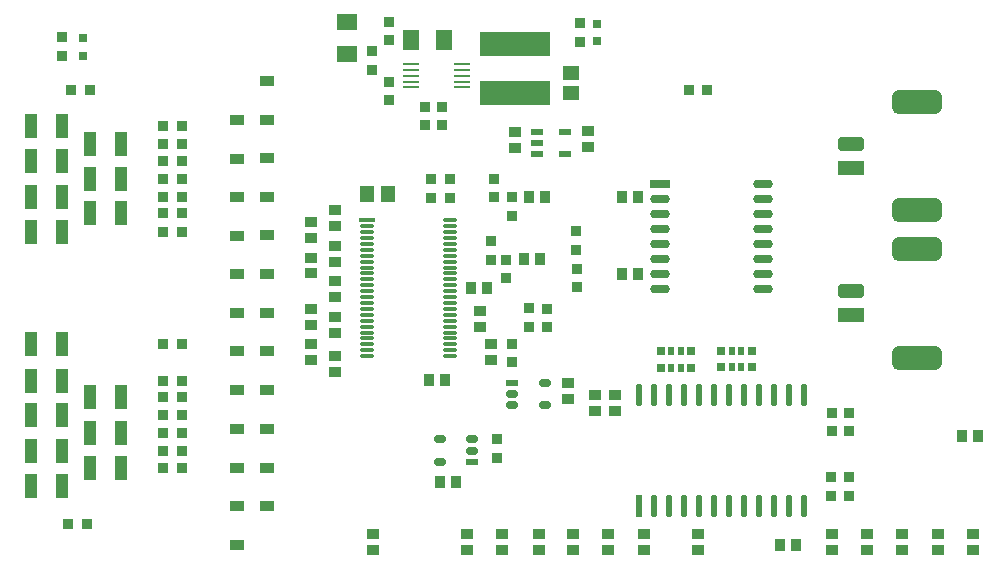
<source format=gtp>
G04*
G04 #@! TF.GenerationSoftware,Altium Limited,Altium Designer,19.0.10 (269)*
G04*
G04 Layer_Color=8421504*
%FSLAX25Y25*%
%MOIN*%
G70*
G01*
G75*
%ADD17R,0.07087X0.05512*%
%ADD18R,0.05512X0.04528*%
%ADD19R,0.04134X0.02362*%
%ADD20R,0.03543X0.03937*%
%ADD21R,0.03937X0.02362*%
G04:AMPARAMS|DCode=22|XSize=23.62mil|YSize=39.37mil|CornerRadius=5.91mil|HoleSize=0mil|Usage=FLASHONLY|Rotation=270.000|XOffset=0mil|YOffset=0mil|HoleType=Round|Shape=RoundedRectangle|*
%AMROUNDEDRECTD22*
21,1,0.02362,0.02756,0,0,270.0*
21,1,0.01181,0.03937,0,0,270.0*
1,1,0.01181,-0.01378,-0.00591*
1,1,0.01181,-0.01378,0.00591*
1,1,0.01181,0.01378,0.00591*
1,1,0.01181,0.01378,-0.00591*
%
%ADD22ROUNDEDRECTD22*%
%ADD23R,0.03347X0.03347*%
%ADD24R,0.23622X0.08268*%
%ADD25R,0.05512X0.01102*%
%ADD26R,0.05512X0.07087*%
%ADD27R,0.03937X0.03543*%
%ADD28R,0.04803X0.03583*%
%ADD29O,0.06693X0.02992*%
%ADD30R,0.06693X0.02992*%
%ADD31R,0.03347X0.03347*%
%ADD32R,0.04488X0.07992*%
%ADD33R,0.03150X0.03150*%
%ADD34O,0.05315X0.01181*%
%ADD35R,0.05315X0.01181*%
%ADD36R,0.04528X0.05512*%
%ADD37R,0.02520X0.02756*%
%ADD38R,0.01968X0.02756*%
%ADD39R,0.02165X0.07677*%
%ADD40O,0.02165X0.07677*%
G04:AMPARAMS|DCode=41|XSize=78.74mil|YSize=165.35mil|CornerRadius=19.68mil|HoleSize=0mil|Usage=FLASHONLY|Rotation=90.000|XOffset=0mil|YOffset=0mil|HoleType=Round|Shape=RoundedRectangle|*
%AMROUNDEDRECTD41*
21,1,0.07874,0.12598,0,0,90.0*
21,1,0.03937,0.16535,0,0,90.0*
1,1,0.03937,0.06299,0.01968*
1,1,0.03937,0.06299,-0.01968*
1,1,0.03937,-0.06299,-0.01968*
1,1,0.03937,-0.06299,0.01968*
%
%ADD41ROUNDEDRECTD41*%
%ADD42R,0.08661X0.04724*%
G04:AMPARAMS|DCode=43|XSize=47.24mil|YSize=86.61mil|CornerRadius=11.81mil|HoleSize=0mil|Usage=FLASHONLY|Rotation=90.000|XOffset=0mil|YOffset=0mil|HoleType=Round|Shape=RoundedRectangle|*
%AMROUNDEDRECTD43*
21,1,0.04724,0.06299,0,0,90.0*
21,1,0.02362,0.08661,0,0,90.0*
1,1,0.02362,0.03150,0.01181*
1,1,0.02362,0.03150,-0.01181*
1,1,0.02362,-0.03150,-0.01181*
1,1,0.02362,-0.03150,0.01181*
%
%ADD43ROUNDEDRECTD43*%
D17*
X144685Y201083D02*
D03*
Y211909D02*
D03*
D18*
X219488Y194842D02*
D03*
Y187952D02*
D03*
D19*
X208268Y175197D02*
D03*
Y171457D02*
D03*
Y167717D02*
D03*
X217323D02*
D03*
Y175197D02*
D03*
D20*
X175689Y58395D02*
D03*
X181004D02*
D03*
X241831Y127717D02*
D03*
X236516D02*
D03*
X241831Y153543D02*
D03*
X236516D02*
D03*
X289173Y37402D02*
D03*
X294488D02*
D03*
X349803Y73819D02*
D03*
X355118D02*
D03*
X172244Y92520D02*
D03*
X177559D02*
D03*
X186054Y123031D02*
D03*
X191368D02*
D03*
X203740Y132717D02*
D03*
X209055D02*
D03*
X205610Y153543D02*
D03*
X210925D02*
D03*
D21*
X186516Y65158D02*
D03*
X199803Y91535D02*
D03*
D22*
X186516Y68898D02*
D03*
Y72638D02*
D03*
X175689D02*
D03*
Y65158D02*
D03*
X199803Y87795D02*
D03*
Y84055D02*
D03*
X210630D02*
D03*
Y91535D02*
D03*
D23*
X194882Y72638D02*
D03*
Y66535D02*
D03*
X152983Y195866D02*
D03*
Y201969D02*
D03*
X158888Y191929D02*
D03*
Y185827D02*
D03*
X176605Y183465D02*
D03*
Y177362D02*
D03*
X170699Y183465D02*
D03*
Y177362D02*
D03*
X158888Y205709D02*
D03*
Y211811D02*
D03*
X222441Y211278D02*
D03*
Y205176D02*
D03*
X49843Y206693D02*
D03*
Y200591D02*
D03*
X178974Y159323D02*
D03*
Y153221D02*
D03*
X172668Y159323D02*
D03*
Y153221D02*
D03*
X205610Y110236D02*
D03*
Y116339D02*
D03*
X211614Y116240D02*
D03*
Y110138D02*
D03*
X199803Y104537D02*
D03*
Y98435D02*
D03*
X197835Y126457D02*
D03*
Y132559D02*
D03*
X192913D02*
D03*
Y138661D02*
D03*
X193898Y153445D02*
D03*
Y159547D02*
D03*
X199803Y147215D02*
D03*
Y153317D02*
D03*
X221260Y142028D02*
D03*
Y135925D02*
D03*
X221457Y123406D02*
D03*
Y129508D02*
D03*
X306102Y53839D02*
D03*
Y59941D02*
D03*
X312008Y53839D02*
D03*
Y59941D02*
D03*
X306575Y81595D02*
D03*
Y75492D02*
D03*
X312008Y81595D02*
D03*
Y75492D02*
D03*
D24*
X200787Y187952D02*
D03*
Y204487D02*
D03*
D25*
X183061Y189961D02*
D03*
Y191929D02*
D03*
Y193898D02*
D03*
Y195866D02*
D03*
Y197835D02*
D03*
X166211Y189961D02*
D03*
Y191929D02*
D03*
Y193898D02*
D03*
Y195866D02*
D03*
Y197835D02*
D03*
D26*
X177038Y205709D02*
D03*
X166211D02*
D03*
D27*
X225020Y175329D02*
D03*
Y170014D02*
D03*
X200787Y169882D02*
D03*
Y175197D02*
D03*
X353543Y35728D02*
D03*
Y41043D02*
D03*
X341732Y35728D02*
D03*
Y41043D02*
D03*
X329921Y35728D02*
D03*
Y41043D02*
D03*
X318110Y35728D02*
D03*
Y41043D02*
D03*
X306299Y35728D02*
D03*
Y41043D02*
D03*
X261811Y35728D02*
D03*
Y41043D02*
D03*
X243701Y35728D02*
D03*
Y41043D02*
D03*
X231890Y35728D02*
D03*
Y41043D02*
D03*
X220079Y35728D02*
D03*
Y41043D02*
D03*
X208661Y35728D02*
D03*
Y41043D02*
D03*
X196457Y35728D02*
D03*
Y41043D02*
D03*
X184646Y35728D02*
D03*
Y41043D02*
D03*
X153543Y35728D02*
D03*
Y41043D02*
D03*
X132874Y139764D02*
D03*
Y145079D02*
D03*
X140748Y131890D02*
D03*
Y137205D02*
D03*
X132874Y127953D02*
D03*
Y133268D02*
D03*
X140748Y120079D02*
D03*
Y125394D02*
D03*
X132874Y116142D02*
D03*
Y110827D02*
D03*
X140748Y108268D02*
D03*
Y113583D02*
D03*
X132874Y104331D02*
D03*
Y99016D02*
D03*
X140748Y100394D02*
D03*
Y95079D02*
D03*
X192913Y104331D02*
D03*
Y99016D02*
D03*
X188976Y115335D02*
D03*
Y110020D02*
D03*
X234272Y87303D02*
D03*
Y81988D02*
D03*
X227362Y87303D02*
D03*
Y81988D02*
D03*
X218504Y91535D02*
D03*
Y86221D02*
D03*
X140748Y149016D02*
D03*
Y143701D02*
D03*
D28*
X118110Y50315D02*
D03*
Y63228D02*
D03*
Y76142D02*
D03*
Y89055D02*
D03*
Y101969D02*
D03*
Y114882D02*
D03*
Y127795D02*
D03*
Y140709D02*
D03*
Y153386D02*
D03*
Y166299D02*
D03*
Y179134D02*
D03*
Y192047D02*
D03*
X108268Y37402D02*
D03*
Y50315D02*
D03*
Y63228D02*
D03*
Y76142D02*
D03*
Y89055D02*
D03*
Y101969D02*
D03*
Y114882D02*
D03*
Y127795D02*
D03*
Y140472D02*
D03*
Y153386D02*
D03*
Y166220D02*
D03*
Y179134D02*
D03*
D29*
X283465Y127717D02*
D03*
Y137716D02*
D03*
Y142717D02*
D03*
Y147716D02*
D03*
Y152717D02*
D03*
Y157717D02*
D03*
X249016Y122716D02*
D03*
Y127717D02*
D03*
Y132717D02*
D03*
Y137716D02*
D03*
Y142717D02*
D03*
Y152717D02*
D03*
Y147716D02*
D03*
X283465Y122716D02*
D03*
Y132717D02*
D03*
D30*
X249016Y157717D02*
D03*
D31*
X89665Y177165D02*
D03*
X83563D02*
D03*
X52953Y188976D02*
D03*
X59055D02*
D03*
X51876Y44291D02*
D03*
X57979D02*
D03*
X264764Y188976D02*
D03*
X258661D02*
D03*
X83563Y62992D02*
D03*
X89665D02*
D03*
X83563Y68898D02*
D03*
X89665D02*
D03*
X83563Y74803D02*
D03*
X89665D02*
D03*
X83563Y86614D02*
D03*
X89665D02*
D03*
X83563Y80709D02*
D03*
X89665D02*
D03*
X83563Y92126D02*
D03*
X89665D02*
D03*
X83563Y104331D02*
D03*
X89665D02*
D03*
X83563Y141732D02*
D03*
X89665D02*
D03*
X83563Y147963D02*
D03*
X89665D02*
D03*
X83563Y153543D02*
D03*
X89665D02*
D03*
X83563Y159449D02*
D03*
X89665D02*
D03*
X83563Y165354D02*
D03*
X89665D02*
D03*
X83563Y171260D02*
D03*
X89665D02*
D03*
D32*
X59055Y159449D02*
D03*
X69528D02*
D03*
X59055Y147963D02*
D03*
X69528D02*
D03*
X59055Y62992D02*
D03*
X69528D02*
D03*
X59055Y86614D02*
D03*
X69528D02*
D03*
X39370Y68898D02*
D03*
X49843D02*
D03*
X39370Y92126D02*
D03*
X49843D02*
D03*
X39370Y141732D02*
D03*
X49843D02*
D03*
X39370Y57087D02*
D03*
X49843D02*
D03*
X59055Y74803D02*
D03*
X69528D02*
D03*
X39370Y80709D02*
D03*
X49843D02*
D03*
X39370Y104331D02*
D03*
X49843D02*
D03*
Y165354D02*
D03*
X39370D02*
D03*
X49843Y153543D02*
D03*
X39370D02*
D03*
X69528Y171260D02*
D03*
X59055D02*
D03*
X49843Y177165D02*
D03*
X39370D02*
D03*
D33*
X228051Y205275D02*
D03*
Y211180D02*
D03*
X56732Y200590D02*
D03*
Y206496D02*
D03*
D34*
X179134Y100394D02*
D03*
Y102362D02*
D03*
Y104331D02*
D03*
Y106299D02*
D03*
Y108268D02*
D03*
Y110236D02*
D03*
Y112205D02*
D03*
Y114173D02*
D03*
Y116142D02*
D03*
Y118110D02*
D03*
Y120079D02*
D03*
Y122047D02*
D03*
Y124016D02*
D03*
Y125984D02*
D03*
Y127953D02*
D03*
Y129921D02*
D03*
Y131890D02*
D03*
Y133858D02*
D03*
Y135827D02*
D03*
Y137795D02*
D03*
Y139764D02*
D03*
Y141732D02*
D03*
Y143701D02*
D03*
Y145669D02*
D03*
X151575Y100394D02*
D03*
Y102362D02*
D03*
Y104331D02*
D03*
Y106299D02*
D03*
Y108268D02*
D03*
Y110236D02*
D03*
Y112205D02*
D03*
Y114173D02*
D03*
Y116142D02*
D03*
Y118110D02*
D03*
Y120079D02*
D03*
Y122047D02*
D03*
Y124016D02*
D03*
Y125984D02*
D03*
Y127953D02*
D03*
Y129921D02*
D03*
Y131890D02*
D03*
Y133858D02*
D03*
Y135827D02*
D03*
Y137795D02*
D03*
Y139764D02*
D03*
Y141732D02*
D03*
Y143701D02*
D03*
D35*
Y145669D02*
D03*
D36*
X158465Y154528D02*
D03*
X151575D02*
D03*
D37*
X279646Y102165D02*
D03*
X269567D02*
D03*
X279646Y96653D02*
D03*
X269567D02*
D03*
X259567Y101969D02*
D03*
X249488D02*
D03*
X259567Y96457D02*
D03*
X249488D02*
D03*
D38*
X276181Y102165D02*
D03*
X273031D02*
D03*
X276181Y96653D02*
D03*
X273031D02*
D03*
X256102Y101969D02*
D03*
X252953D02*
D03*
X256102Y96457D02*
D03*
X252953D02*
D03*
D39*
X242185Y50394D02*
D03*
D40*
X247185D02*
D03*
X252185D02*
D03*
X257185D02*
D03*
X262185D02*
D03*
X267185D02*
D03*
X272185D02*
D03*
X277185D02*
D03*
X282185D02*
D03*
X287185D02*
D03*
X292185D02*
D03*
X297185D02*
D03*
X242185Y87402D02*
D03*
X247185D02*
D03*
X252185D02*
D03*
X257185D02*
D03*
X262185D02*
D03*
X267185D02*
D03*
X272185D02*
D03*
X277185D02*
D03*
X282185D02*
D03*
X287185D02*
D03*
X292185D02*
D03*
X297185D02*
D03*
D41*
X334646Y136142D02*
D03*
Y99921D02*
D03*
Y185236D02*
D03*
Y149016D02*
D03*
D42*
X312677Y114094D02*
D03*
Y163189D02*
D03*
D43*
Y121968D02*
D03*
Y171063D02*
D03*
M02*

</source>
